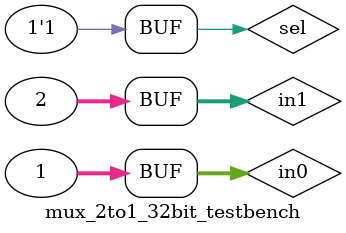
<source format=v>

`define DELAY 20
module mux_2to1_32bit_testbench();


reg [31:0] in1;
reg [31:0] in0;
reg sel;

wire [31:0] out;

mux_2to1_32bit test_mux (
	.out(out),
	.in1(in1),
	.in0(in0),
	.sel(sel)
	);

initial begin
	sel = 1'b0; in1 = 32'b0000_0000_0000_0000_0000_0000_0000_0010; in0 = 32'b0000_0000_0000_0000_0000_0000_0000_0001;  
	#`DELAY;
	sel = 1'b1; in1 = 32'b0000_0000_0000_0000_0000_0000_0000_0010; in0 = 32'b0000_0000_0000_0000_0000_0000_0000_0001;
end
 
 
initial
begin
	$monitor("sel = %1b, in1 = %32b, in0 = %32b, out = %32b", sel, in1, in0, out);
end
 
endmodule

</source>
